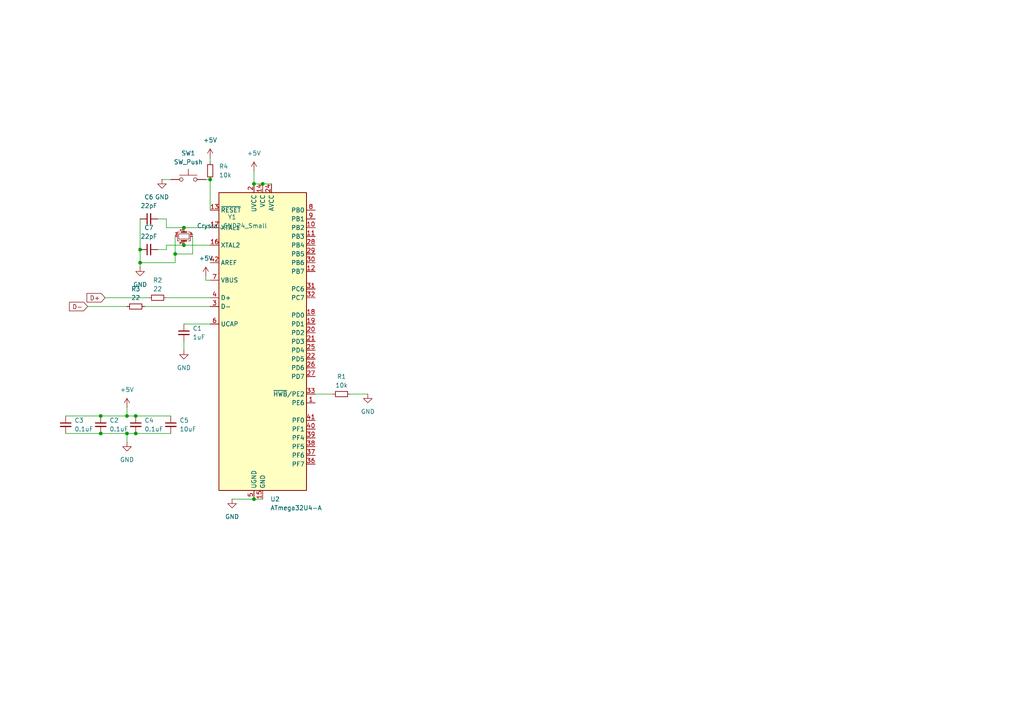
<source format=kicad_sch>
(kicad_sch (version 20231120) (generator "eeschema") (generator_version "8.0")
  (paper "A4")
  (lib_symbols
    (symbol "Device:C_Small" (pin_numbers hide) (pin_names (offset 0.254) hide)
      (property "Reference" "C" (at 0.254 1.778 0))
      (property "Value" "C_Small" (at 0.254 -2.032 0))
      (symbol "C_Small_0_1"
        (polyline (pts (xy -1.524 -0.508) (xy 1.524 -0.508)) (stroke (width 0.3302)))
        (polyline (pts (xy -1.524 0.508) (xy 1.524 0.508)) (stroke (width 0.3048)))
      )
      (symbol "C_Small_1_1"
        (pin passive line (at 0 2.54 270) (length 2.032) (name "~") (number "1"))
        (pin passive line (at 0 -2.54 90) (length 2.032) (name "~") (number "2"))
      )
    )
    (symbol "Device:Crystal_GND24_Small" (pin_names (offset 1.016) hide)
      (property "Reference" "Y" (at 1.27 4.445 0))
      (property "Value" "Crystal_GND24_Small" (at 1.27 2.54 0))
      (symbol "Crystal_GND24_Small_0_1"
        (rectangle (start -0.762 -1.524) (end 0.762 1.524))
        (polyline (pts (xy -1.27 -0.762) (xy -1.27 0.762)) (stroke (width 0.381)))
        (polyline (pts (xy 1.27 -0.762) (xy 1.27 0.762)) (stroke (width 0.381)))
        (polyline (pts (xy -1.27 -1.27) (xy -1.27 -1.905) (xy 1.27 -1.905) (xy 1.27 -1.27)))
        (polyline (pts (xy -1.27 1.27) (xy -1.27 1.905) (xy 1.27 1.905) (xy 1.27 1.27)))
      )
      (symbol "Crystal_GND24_Small_1_1"
        (pin passive line (at -2.54 0 0) (length 1.27) (name "1") (number "1"))
        (pin passive line (at 0 -2.54 90) (length 0.635) (name "2") (number "2"))
        (pin passive line (at 2.54 0 180) (length 1.27) (name "3") (number "3"))
        (pin passive line (at 0 2.54 270) (length 0.635) (name "4") (number "4"))
      )
    )
    (symbol "Device:R_Small" (pin_numbers hide) (pin_names (offset 0.254) hide)
      (property "Reference" "R" (at 0.762 0.508 0))
      (property "Value" "R_Small" (at 0.762 -1.016 0))
      (symbol "R_Small_0_1"
        (rectangle (start -0.762 1.778) (end 0.762 -1.778) (stroke (width 0.2032)))
      )
      (symbol "R_Small_1_1"
        (pin passive line (at 0 2.54 270) (length 0.762) (name "~") (number "1"))
        (pin passive line (at 0 -2.54 90) (length 0.762) (name "~") (number "2"))
      )
    )
    (symbol "MCU_Microchip_ATmega:ATmega32U4-A"
      (property "Reference" "U" (at -12.7 44.45 0))
      (property "Value" "ATmega32U4-A" (at 2.54 -44.45 0))
      (symbol "ATmega32U4-A_0_1"
        (rectangle (start -12.7 -43.18) (end 12.7 43.18) (stroke (width 0.254)) (fill (type background)))
      )
      (symbol "ATmega32U4-A_1_1"
        (pin bidirectional line (at 15.24 -17.78 180) (length 2.54) (name "PE6") (number "1"))
        (pin bidirectional line (at 15.24 33.02 180) (length 2.54) (name "PB2") (number "10"))
        (pin bidirectional line (at 15.24 30.48 180) (length 2.54) (name "PB3") (number "11"))
        (pin bidirectional line (at 15.24 20.32 180) (length 2.54) (name "PB7") (number "12"))
        (pin input line (at -15.24 38.1 0) (length 2.54) (name "~{RESET}") (number "13"))
        (pin power_in line (at 0 45.72 270) (length 2.54) (name "VCC") (number "14"))
        (pin power_in line (at 0 -45.72 90) (length 2.54) (name "GND") (number "15"))
        (pin output line (at -15.24 27.94 0) (length 2.54) (name "XTAL2") (number "16"))
        (pin input line (at -15.24 33.02 0) (length 2.54) (name "XTAL1") (number "17"))
        (pin bidirectional line (at 15.24 7.62 180) (length 2.54) (name "PD0") (number "18"))
        (pin bidirectional line (at 15.24 5.08 180) (length 2.54) (name "PD1") (number "19"))
        (pin power_in line (at -2.54 45.72 270) (length 2.54) (name "UVCC") (number "2"))
        (pin bidirectional line (at 15.24 2.54 180) (length 2.54) (name "PD2") (number "20"))
        (pin bidirectional line (at 15.24 0 180) (length 2.54) (name "PD3") (number "21"))
        (pin bidirectional line (at 15.24 -5.08 180) (length 2.54) (name "PD5") (number "22"))
        (pin passive line (at 0 -45.72 90) (length 2.54) hide (name "GND") (number "23"))
        (pin power_in line (at 2.54 45.72 270) (length 2.54) (name "AVCC") (number "24"))
        (pin bidirectional line (at 15.24 -2.54 180) (length 2.54) (name "PD4") (number "25"))
        (pin bidirectional line (at 15.24 -7.62 180) (length 2.54) (name "PD6") (number "26"))
        (pin bidirectional line (at 15.24 -10.16 180) (length 2.54) (name "PD7") (number "27"))
        (pin bidirectional line (at 15.24 27.94 180) (length 2.54) (name "PB4") (number "28"))
        (pin bidirectional line (at 15.24 25.4 180) (length 2.54) (name "PB5") (number "29"))
        (pin bidirectional line (at -15.24 10.16 0) (length 2.54) (name "D-") (number "3"))
        (pin bidirectional line (at 15.24 22.86 180) (length 2.54) (name "PB6") (number "30"))
        (pin bidirectional line (at 15.24 15.24 180) (length 2.54) (name "PC6") (number "31"))
        (pin bidirectional line (at 15.24 12.7 180) (length 2.54) (name "PC7") (number "32"))
        (pin bidirectional line (at 15.24 -15.24 180) (length 2.54) (name "~{HWB}/PE2") (number "33"))
        (pin passive line (at 0 45.72 270) (length 2.54) hide (name "VCC") (number "34"))
        (pin passive line (at 0 -45.72 90) (length 2.54) hide (name "GND") (number "35"))
        (pin bidirectional line (at 15.24 -35.56 180) (length 2.54) (name "PF7") (number "36"))
        (pin bidirectional line (at 15.24 -33.02 180) (length 2.54) (name "PF6") (number "37"))
        (pin bidirectional line (at 15.24 -30.48 180) (length 2.54) (name "PF5") (number "38"))
        (pin bidirectional line (at 15.24 -27.94 180) (length 2.54) (name "PF4") (number "39"))
        (pin bidirectional line (at -15.24 12.7 0) (length 2.54) (name "D+") (number "4"))
        (pin bidirectional line (at 15.24 -25.4 180) (length 2.54) (name "PF1") (number "40"))
        (pin bidirectional line (at 15.24 -22.86 180) (length 2.54) (name "PF0") (number "41"))
        (pin passive line (at -15.24 22.86 0) (length 2.54) (name "AREF") (number "42"))
        (pin passive line (at 0 -45.72 90) (length 2.54) hide (name "GND") (number "43"))
        (pin passive line (at 2.54 45.72 270) (length 2.54) hide (name "AVCC") (number "44"))
        (pin passive line (at -2.54 -45.72 90) (length 2.54) (name "UGND") (number "5"))
        (pin passive line (at -15.24 5.08 0) (length 2.54) (name "UCAP") (number "6"))
        (pin input line (at -15.24 17.78 0) (length 2.54) (name "VBUS") (number "7"))
        (pin bidirectional line (at 15.24 38.1 180) (length 2.54) (name "PB0") (number "8"))
        (pin bidirectional line (at 15.24 35.56 180) (length 2.54) (name "PB1") (number "9"))
      )
    )
    (symbol "Switch:SW_Push" (pin_numbers hide) (pin_names (offset 1.016) hide)
      (property "Reference" "SW" (at 1.27 2.54 0))
      (property "Value" "SW_Push" (at 0 -1.524 0))
      (symbol "SW_Push_0_1"
        (circle (center -2.032 0) (radius 0.508))
        (polyline (pts (xy 0 1.27) (xy 0 3.048)))
        (polyline (pts (xy 2.54 1.27) (xy -2.54 1.27)))
        (circle (center 2.032 0) (radius 0.508))
        (pin passive line (at -5.08 0 0) (length 2.54) (name "1") (number "1"))
        (pin passive line (at 5.08 0 180) (length 2.54) (name "2") (number "2"))
      )
    )
    (symbol "power:+5V" (power) (pin_numbers hide) (pin_names (offset 0) hide)
      (property "Value" "+5V" (at 0 3.556 0))
      (symbol "+5V_0_1"
        (polyline (pts (xy -0.762 1.27) (xy 0 2.54)))
        (polyline (pts (xy 0 0) (xy 0 2.54)))
        (polyline (pts (xy 0 2.54) (xy 0.762 1.27)))
      )
      (symbol "+5V_1_1"
        (pin power_in line (at 0 0 90) (length 0) (name "~") (number "1"))
      )
    )
    (symbol "power:GND" (power) (pin_numbers hide) (pin_names (offset 0) hide)
      (property "Value" "GND" (at 0 -3.81 0))
      (symbol "GND_0_1"
        (polyline (pts (xy 0 0) (xy 0 -1.27) (xy 1.27 -1.27) (xy 0 -2.54) (xy -1.27 -1.27) (xy 0 -1.27)))
      )
      (symbol "GND_1_1"
        (pin power_in line (at 0 0 270) (length 0) (name "~") (number "1"))
      )
    )
  )
  (junction (at 40.64 72.39))
  (junction (at 40.64 76.2))
  (junction (at 53.34 66.04))
  (junction (at 36.83 120.65))
  (junction (at 39.37 125.73))
  (junction (at 29.21 125.73))
  (junction (at 50.8 73.66))
  (junction (at 53.34 71.12))
  (junction (at 29.21 120.65))
  (junction (at 39.37 120.65))
  (junction (at 76.2 53.34))
  (junction (at 73.66 53.34))
  (junction (at 60.96 52.07))
  (junction (at 73.66 144.78))
  (junction (at 36.83 125.73))
  (wire (pts (xy 53.34 93.98) (xy 60.96 93.98)))
  (wire (pts (xy 60.96 52.07) (xy 60.96 60.96)))
  (wire (pts (xy 36.83 125.73) (xy 36.83 128.27)))
  (wire (pts (xy 50.8 73.66) (xy 50.8 76.2)))
  (wire (pts (xy 36.83 118.11) (xy 36.83 120.65)))
  (wire (pts (xy 73.66 144.78) (xy 76.2 144.78)))
  (wire (pts (xy 53.34 71.12) (xy 48.26 71.12)))
  (wire (pts (xy 29.21 120.65) (xy 36.83 120.65)))
  (wire (pts (xy 53.34 66.04) (xy 48.26 66.04)))
  (wire (pts (xy 55.88 68.58) (xy 55.88 73.66)))
  (wire (pts (xy 73.66 49.53) (xy 73.66 53.34)))
  (wire (pts (xy 45.72 63.5) (xy 48.26 63.5)))
  (wire (pts (xy 39.37 120.65) (xy 49.53 120.65)))
  (wire (pts (xy 48.26 71.12) (xy 48.26 72.39)))
  (wire (pts (xy 59.69 52.07) (xy 60.96 52.07)))
  (wire (pts (xy 41.91 88.9) (xy 60.96 88.9)))
  (wire (pts (xy 91.44 114.3) (xy 96.52 114.3)))
  (wire (pts (xy 50.8 68.58) (xy 50.8 73.66)))
  (wire (pts (xy 29.21 125.73) (xy 36.83 125.73)))
  (wire (pts (xy 60.96 81.28) (xy 59.69 81.28)))
  (wire (pts (xy 40.64 72.39) (xy 40.64 76.2)))
  (wire (pts (xy 101.6 114.3) (xy 106.68 114.3)))
  (wire (pts (xy 36.83 125.73) (xy 39.37 125.73)))
  (wire (pts (xy 46.99 52.07) (xy 49.53 52.07)))
  (wire (pts (xy 48.26 72.39) (xy 45.72 72.39)))
  (wire (pts (xy 40.64 63.5) (xy 40.64 72.39)))
  (wire (pts (xy 25.4 88.9) (xy 36.83 88.9)))
  (wire (pts (xy 30.48 86.36) (xy 43.18 86.36)))
  (wire (pts (xy 53.34 99.06) (xy 53.34 101.6)))
  (wire (pts (xy 39.37 125.73) (xy 49.53 125.73)))
  (wire (pts (xy 19.05 125.73) (xy 29.21 125.73)))
  (wire (pts (xy 40.64 76.2) (xy 40.64 77.47)))
  (wire (pts (xy 76.2 53.34) (xy 78.74 53.34)))
  (wire (pts (xy 53.34 66.04) (xy 60.96 66.04)))
  (wire (pts (xy 60.96 45.72) (xy 60.96 46.99)))
  (wire (pts (xy 19.05 120.65) (xy 29.21 120.65)))
  (wire (pts (xy 36.83 120.65) (xy 39.37 120.65)))
  (wire (pts (xy 48.26 66.04) (xy 48.26 63.5)))
  (wire (pts (xy 40.64 76.2) (xy 50.8 76.2)))
  (wire (pts (xy 73.66 53.34) (xy 76.2 53.34)))
  (wire (pts (xy 59.69 81.28) (xy 59.69 80.01)))
  (wire (pts (xy 67.31 144.78) (xy 73.66 144.78)))
  (wire (pts (xy 55.88 73.66) (xy 50.8 73.66)))
  (wire (pts (xy 48.26 86.36) (xy 60.96 86.36)))
  (wire (pts (xy 53.34 71.12) (xy 60.96 71.12)))
  (global_label "D+" (shape input) (at 30.48 86.36 180) (property "Intersheetrefs" "${INTERSHEET_REFS}" (effects (hide yes))))
  (global_label "D-" (shape input) (at 25.4 88.9 180) (property "Intersheetrefs" "${INTERSHEET_REFS}" (effects (hide yes))))
  (symbol (lib_id "power:+5V") (at 60.96 45.72 0) (unit 1)
    (property "Reference" "#PWR010" (effects (hide yes)))
    (property "Value" "+5V" (at 60.96 40.64 0))
    (property "Description" "Power symbol creates a global label with name \"+5V\"" (effects (hide yes)))
  )
  (symbol (lib_id "Device:R_Small") (at 39.37 88.9 90) (unit 1)
    (property "Reference" "R3" (at 39.37 83.82 90))
    (property "Value" "22" (at 39.37 86.36 90))
    (property "Description" "Resistor, small symbol" (effects (hide yes)))
  )
  (symbol (lib_id "Device:Crystal_GND24_Small") (at 53.34 68.58 270) (unit 1)
    (property "Reference" "Y1" (at 67.31 62.9598 90))
    (property "Value" "Crystal_GND24_Small" (at 67.31 65.4998 90))
    (property "Description" "Four pin crystal, GND on pins 2 and 4, small symbol" (effects (hide yes)))
  )
  (symbol (lib_id "Device:C_Small") (at 53.34 96.52 0) (unit 1)
    (property "Reference" "C1" (at 55.88 95.2562 0) (effects (justify left)))
    (property "Value" "1uF" (at 55.88 97.7962 0) (effects (justify left)))
    (property "Description" "Unpolarized capacitor, small symbol" (effects (hide yes)))
  )
  (symbol (lib_id "Device:R_Small") (at 99.06 114.3 90) (unit 1)
    (property "Reference" "R1" (at 99.06 109.22 90))
    (property "Value" "10k" (at 99.06 111.76 90))
    (property "Description" "Resistor, small symbol" (effects (hide yes)))
  )
  (symbol (lib_id "Device:R_Small") (at 45.72 86.36 90) (unit 1)
    (property "Reference" "R2" (at 45.72 81.28 90))
    (property "Value" "22" (at 45.72 83.82 90))
    (property "Description" "Resistor, small symbol" (effects (hide yes)))
  )
  (symbol (lib_id "power:+5V") (at 36.83 118.11 0) (unit 1)
    (property "Reference" "#PWR06" (effects (hide yes)))
    (property "Value" "+5V" (at 36.83 113.03 0))
    (property "Description" "Power symbol creates a global label with name \"+5V\"" (effects (hide yes)))
  )
  (symbol (lib_id "Device:C_Small") (at 49.53 123.19 0) (unit 1)
    (property "Reference" "C5" (at 52.07 121.9262 0) (effects (justify left)))
    (property "Value" "10uF" (at 52.07 124.4662 0) (effects (justify left)))
    (property "Description" "Unpolarized capacitor, small symbol" (effects (hide yes)))
  )
  (symbol (lib_id "power:+5V") (at 59.69 80.01 0) (unit 1)
    (property "Reference" "#PWR07" (effects (hide yes)))
    (property "Value" "+5V" (at 59.69 74.93 0))
    (property "Description" "Power symbol creates a global label with name \"+5V\"" (effects (hide yes)))
  )
  (symbol (lib_id "Device:C_Small") (at 19.05 123.19 0) (unit 1)
    (property "Reference" "C3" (at 21.59 121.9262 0) (effects (justify left)))
    (property "Value" "0.1uF" (at 21.59 124.4662 0) (effects (justify left)))
    (property "Description" "Unpolarized capacitor, small symbol" (effects (hide yes)))
  )
  (symbol (lib_id "MCU_Microchip_ATmega:ATmega32U4-A") (at 76.2 99.06 0) (unit 1)
    (property "Reference" "U2" (at 78.3941 144.78 0) (effects (justify left)))
    (property "Value" "ATmega32U4-A" (at 78.3941 147.32 0) (effects (justify left)))
    (property "Footprint" "Package_QFP:TQFP-44_10x10mm_P0.8mm" (effects (hide yes)))
    (property "Datasheet" "http://ww1.microchip.com/downloads/en/DeviceDoc/Atmel-7766-8-bit-AVR-ATmega16U4-32U4_Datasheet.pdf" (effects (hide yes)))
    (property "Description" "16MHz, 32kB Flash, 2.5kB SRAM, 1kB EEPROM, USB 2.0, TQFP-44" (effects (hide yes)))
  )
  (symbol (lib_id "Device:R_Small") (at 60.96 49.53 0) (unit 1)
    (property "Reference" "R4" (at 63.5 48.2599 0) (effects (justify left)))
    (property "Value" "10k" (at 63.5 50.7999 0) (effects (justify left)))
    (property "Description" "Resistor, small symbol" (effects (hide yes)))
  )
  (symbol (lib_id "power:GND") (at 67.31 144.78 0) (unit 1)
    (property "Reference" "#PWR01" (effects (hide yes)))
    (property "Value" "GND" (at 67.31 149.86 0))
    (property "Description" "Power symbol creates a global label with name \"GND\" , ground" (effects (hide yes)))
  )
  (symbol (lib_id "power:GND") (at 36.83 128.27 0) (unit 1)
    (property "Reference" "#PWR05" (effects (hide yes)))
    (property "Value" "GND" (at 36.83 133.35 0))
    (property "Description" "Power symbol creates a global label with name \"GND\" , ground" (effects (hide yes)))
  )
  (symbol (lib_id "power:GND") (at 40.64 77.47 0) (unit 1)
    (property "Reference" "#PWR08" (effects (hide yes)))
    (property "Value" "GND" (at 40.64 82.55 0))
    (property "Description" "Power symbol creates a global label with name \"GND\" , ground" (effects (hide yes)))
  )
  (symbol (lib_id "power:+5V") (at 73.66 49.53 0) (unit 1)
    (property "Reference" "#PWR02" (effects (hide yes)))
    (property "Value" "+5V" (at 73.66 44.45 0))
    (property "Description" "Power symbol creates a global label with name \"+5V\"" (effects (hide yes)))
  )
  (symbol (lib_id "Device:C_Small") (at 43.18 72.39 90) (unit 1)
    (property "Reference" "C7" (at 43.1863 66.04 90))
    (property "Value" "22pF" (at 43.1863 68.58 90))
    (property "Description" "Unpolarized capacitor, small symbol" (effects (hide yes)))
  )
  (symbol (lib_id "power:GND") (at 53.34 101.6 0) (unit 1)
    (property "Reference" "#PWR04" (effects (hide yes)))
    (property "Value" "GND" (at 53.34 106.68 0))
    (property "Description" "Power symbol creates a global label with name \"GND\" , ground" (effects (hide yes)))
  )
  (symbol (lib_id "Device:C_Small") (at 39.37 123.19 0) (unit 1)
    (property "Reference" "C4" (at 41.91 121.9262 0) (effects (justify left)))
    (property "Value" "0.1uF" (at 41.91 124.4662 0) (effects (justify left)))
    (property "Description" "Unpolarized capacitor, small symbol" (effects (hide yes)))
  )
  (symbol (lib_id "Switch:SW_Push") (at 54.61 52.07 0) (unit 1)
    (property "Reference" "SW1" (at 54.61 44.45 0))
    (property "Value" "SW_Push" (at 54.61 46.99 0))
    (property "Description" "Push button switch, generic, two pins" (effects (hide yes)))
  )
  (symbol (lib_id "Device:C_Small") (at 43.18 63.5 90) (unit 1)
    (property "Reference" "C6" (at 43.1863 57.15 90))
    (property "Value" "22pF" (at 43.1863 59.69 90))
    (property "Description" "Unpolarized capacitor, small symbol" (effects (hide yes)))
  )
  (symbol (lib_id "power:GND") (at 106.68 114.3 0) (unit 1)
    (property "Reference" "#PWR03" (effects (hide yes)))
    (property "Value" "GND" (at 106.68 119.38 0))
    (property "Description" "Power symbol creates a global label with name \"GND\" , ground" (effects (hide yes)))
  )
  (symbol (lib_id "power:GND") (at 46.99 52.07 0) (unit 1)
    (property "Reference" "#PWR09" (effects (hide yes)))
    (property "Value" "GND" (at 46.99 57.15 0))
    (property "Description" "Power symbol creates a global label with name \"GND\" , ground" (effects (hide yes)))
  )
  (symbol (lib_id "Device:C_Small") (at 29.21 123.19 0) (unit 1)
    (property "Reference" "C2" (at 31.75 121.9262 0) (effects (justify left)))
    (property "Value" "0.1uF" (at 31.75 124.4662 0) (effects (justify left)))
    (property "Description" "Unpolarized capacitor, small symbol" (effects (hide yes)))
  )
)
</source>
